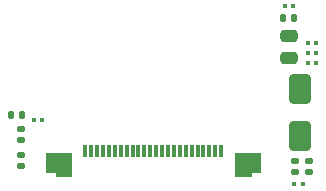
<source format=gbr>
%TF.GenerationSoftware,KiCad,Pcbnew,7.0.7*%
%TF.CreationDate,2024-10-30T15:59:06-07:00*%
%TF.ProjectId,SensingBoard_rev1.1,53656e73-696e-4674-926f-6172645f7265,rev?*%
%TF.SameCoordinates,Original*%
%TF.FileFunction,Paste,Bot*%
%TF.FilePolarity,Positive*%
%FSLAX46Y46*%
G04 Gerber Fmt 4.6, Leading zero omitted, Abs format (unit mm)*
G04 Created by KiCad (PCBNEW 7.0.7) date 2024-10-30 15:59:06*
%MOMM*%
%LPD*%
G01*
G04 APERTURE LIST*
G04 Aperture macros list*
%AMRoundRect*
0 Rectangle with rounded corners*
0 $1 Rounding radius*
0 $2 $3 $4 $5 $6 $7 $8 $9 X,Y pos of 4 corners*
0 Add a 4 corners polygon primitive as box body*
4,1,4,$2,$3,$4,$5,$6,$7,$8,$9,$2,$3,0*
0 Add four circle primitives for the rounded corners*
1,1,$1+$1,$2,$3*
1,1,$1+$1,$4,$5*
1,1,$1+$1,$6,$7*
1,1,$1+$1,$8,$9*
0 Add four rect primitives between the rounded corners*
20,1,$1+$1,$2,$3,$4,$5,0*
20,1,$1+$1,$4,$5,$6,$7,0*
20,1,$1+$1,$6,$7,$8,$9,0*
20,1,$1+$1,$8,$9,$2,$3,0*%
G04 Aperture macros list end*
%ADD10C,0.010000*%
%ADD11RoundRect,0.250000X-0.475000X0.250000X-0.475000X-0.250000X0.475000X-0.250000X0.475000X0.250000X0*%
%ADD12RoundRect,0.140000X0.170000X-0.140000X0.170000X0.140000X-0.170000X0.140000X-0.170000X-0.140000X0*%
%ADD13RoundRect,0.079500X0.079500X0.100500X-0.079500X0.100500X-0.079500X-0.100500X0.079500X-0.100500X0*%
%ADD14RoundRect,0.140000X0.140000X0.170000X-0.140000X0.170000X-0.140000X-0.170000X0.140000X-0.170000X0*%
%ADD15RoundRect,0.140000X-0.140000X-0.170000X0.140000X-0.170000X0.140000X0.170000X-0.140000X0.170000X0*%
%ADD16RoundRect,0.140000X-0.170000X0.140000X-0.170000X-0.140000X0.170000X-0.140000X0.170000X0.140000X0*%
%ADD17R,0.300000X1.100000*%
%ADD18RoundRect,0.250000X0.650000X-1.000000X0.650000X1.000000X-0.650000X1.000000X-0.650000X-1.000000X0*%
G04 APERTURE END LIST*
%TO.C,J3*%
D10*
X139099200Y-74038400D02*
X138299200Y-74038400D01*
X138299200Y-74388400D01*
X136999200Y-74388400D01*
X136999200Y-72438400D01*
X139099200Y-72438400D01*
X139099200Y-74038400D01*
G36*
X139099200Y-74038400D02*
G01*
X138299200Y-74038400D01*
X138299200Y-74388400D01*
X136999200Y-74388400D01*
X136999200Y-72438400D01*
X139099200Y-72438400D01*
X139099200Y-74038400D01*
G37*
X123099200Y-74388400D02*
X121799200Y-74388400D01*
X121799200Y-74038400D01*
X120999200Y-74038400D01*
X120999200Y-72438400D01*
X123099200Y-72438400D01*
X123099200Y-74388400D01*
G36*
X123099200Y-74388400D02*
G01*
X121799200Y-74388400D01*
X121799200Y-74038400D01*
X120999200Y-74038400D01*
X120999200Y-72438400D01*
X123099200Y-72438400D01*
X123099200Y-74388400D01*
G37*
%TD*%
D11*
%TO.C,FB1*%
X141579600Y-62514400D03*
X141579600Y-64414400D03*
%TD*%
D12*
%TO.C,C27*%
X118872000Y-73553200D03*
X118872000Y-72593200D03*
%TD*%
D13*
%TO.C,R27*%
X143814800Y-63144400D03*
X143124800Y-63144400D03*
%TD*%
D14*
%TO.C,C28*%
X118973600Y-69189600D03*
X118013600Y-69189600D03*
%TD*%
D13*
%TO.C,R25*%
X120650000Y-69596000D03*
X119960000Y-69596000D03*
%TD*%
%TO.C,R23*%
X143839800Y-64800400D03*
X143149800Y-64800400D03*
%TD*%
D15*
%TO.C,C1*%
X141020800Y-60990400D03*
X141980800Y-60990400D03*
%TD*%
D16*
%TO.C,C29*%
X118872000Y-70358000D03*
X118872000Y-71318000D03*
%TD*%
%TO.C,C2*%
X143256000Y-73106400D03*
X143256000Y-74066400D03*
%TD*%
%TO.C,C3*%
X142087600Y-73078400D03*
X142087600Y-74038400D03*
%TD*%
D17*
%TO.C,J3*%
X135799200Y-72288400D03*
X135299200Y-72288400D03*
X134799200Y-72288400D03*
X134299200Y-72288400D03*
X133799200Y-72288400D03*
X133299200Y-72288400D03*
X132799200Y-72288400D03*
X132299200Y-72288400D03*
X131799200Y-72288400D03*
X131299200Y-72288400D03*
X130799200Y-72288400D03*
X130299200Y-72288400D03*
X129799200Y-72288400D03*
X129299200Y-72288400D03*
X128799200Y-72288400D03*
X128299200Y-72288400D03*
X127799200Y-72288400D03*
X127299200Y-72288400D03*
X126799200Y-72288400D03*
X126299200Y-72288400D03*
X125799200Y-72288400D03*
X125299200Y-72288400D03*
X124799200Y-72288400D03*
X124299200Y-72288400D03*
%TD*%
D18*
%TO.C,D4*%
X142443200Y-70986400D03*
X142443200Y-66986400D03*
%TD*%
D13*
%TO.C,R22*%
X143839800Y-63957200D03*
X143149800Y-63957200D03*
%TD*%
%TO.C,R24*%
X141858600Y-59994800D03*
X141168600Y-59994800D03*
%TD*%
%TO.C,R28*%
X142697200Y-75082400D03*
X142007200Y-75082400D03*
%TD*%
M02*

</source>
